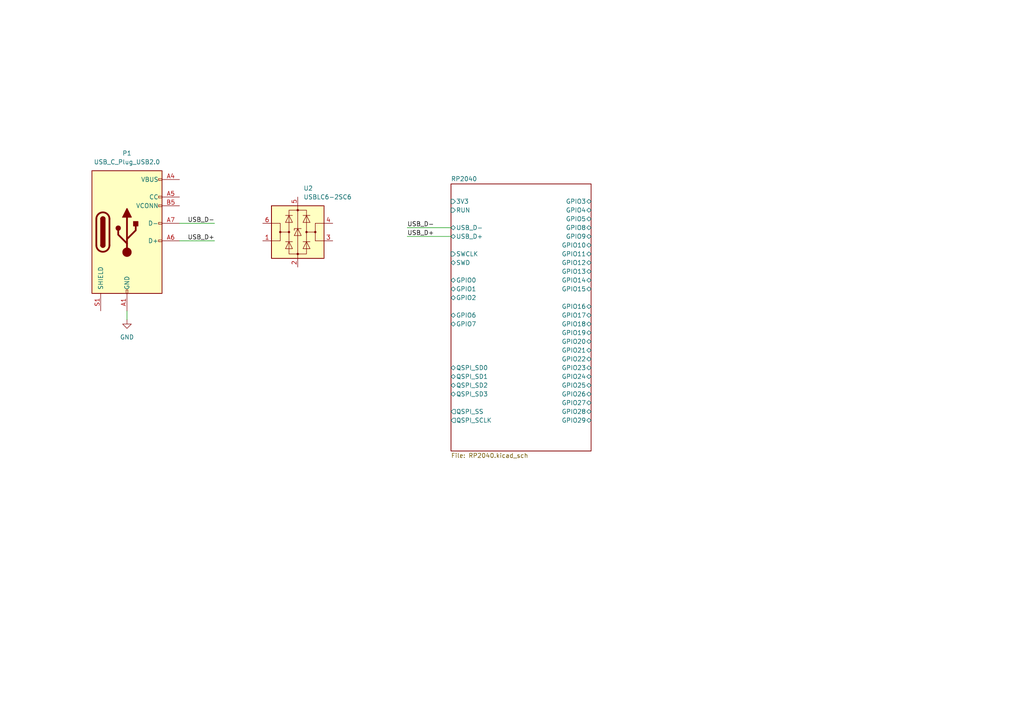
<source format=kicad_sch>
(kicad_sch (version 20230121) (generator eeschema)
  (paper "A4")
  (title_block (title "Orions Hands") (rev "2"))
  (lib_symbols
    (symbol "Connector:USB_C_Plug_USB2.0" (pin_names (offset 1.016))
      (property "Reference" "P" (at -10.16 19.05 0))
      (property "Value" "USB_C_Plug_USB2.0" (at 12.7 19.05 0))
      (symbol "USB_C_Plug_USB2.0_0_0"
        (rectangle (start -0.254 -17.78) (end 0.254 -16.764))
        (rectangle (start 10.16 -2.286) (end 9.144 -2.794))
        (rectangle (start 10.16 2.794) (end 9.144 2.286))
        (rectangle (start 10.16 7.874) (end 9.144 7.366))
        (rectangle (start 10.16 10.414) (end 9.144 9.906))
        (rectangle (start 10.16 15.494) (end 9.144 14.986))
      )
      (symbol "USB_C_Plug_USB2.0_0_1"
        (rectangle (start -10.16 17.78) (end 10.16 -17.78) (stroke (width 0.254)) (fill (type background)))
        (arc (start -8.89 -3.81) (mid -6.985 -5.7067) (end -5.08 -3.81) (stroke (width 0.508)))
        (arc (start -7.62 -3.81) (mid -6.985 -4.4423) (end -6.35 -3.81) (stroke (width 0.254)))
        (arc (start -7.62 -3.81) (mid -6.985 -4.4423) (end -6.35 -3.81) (stroke (width 0.254)) (fill (type outline)))
        (rectangle (start -7.62 -3.81) (end -6.35 3.81) (stroke (width 0.254)) (fill (type outline)))
        (arc (start -6.35 3.81) (mid -6.985 4.4423) (end -7.62 3.81) (stroke (width 0.254)))
        (arc (start -6.35 3.81) (mid -6.985 4.4423) (end -7.62 3.81) (stroke (width 0.254)) (fill (type outline)))
        (arc (start -5.08 3.81) (mid -6.985 5.7067) (end -8.89 3.81) (stroke (width 0.508)))
        (circle (center -2.54 1.143) (radius 0.635) (stroke (width 0.254)) (fill (type outline)))
        (circle (center 0 -5.842) (radius 1.27) (fill (type outline)))
        (polyline (pts (xy -8.89 -3.81) (xy -8.89 3.81)) (stroke (width 0.508)))
        (polyline (pts (xy -5.08 3.81) (xy -5.08 -3.81)) (stroke (width 0.508)))
        (polyline (pts (xy 0 -5.842) (xy 0 4.318)) (stroke (width 0.508)))
        (polyline (pts (xy 0 -3.302) (xy -2.54 -0.762) (xy -2.54 0.508)) (stroke (width 0.508)))
        (polyline (pts (xy 0 -2.032) (xy 2.54 0.508) (xy 2.54 1.778)) (stroke (width 0.508)))
        (polyline (pts (xy -1.27 4.318) (xy 0 6.858) (xy 1.27 4.318) (xy -1.27 4.318)) (stroke (width 0.254)) (fill (type outline)))
        (rectangle (start 1.905 1.778) (end 3.175 3.048) (stroke (width 0.254)) (fill (type outline)))
      )
      (symbol "USB_C_Plug_USB2.0_1_1"
        (pin passive line (at 0 -22.86 90) (length 5.08) (name "GND") (number "A1"))
        (pin passive line (at 0 -22.86 90) (length 5.08) hide (name "GND") (number "A12"))
        (pin passive line (at 15.24 15.24 180) (length 5.08) (name "VBUS") (number "A4"))
        (pin bidirectional line (at 15.24 10.16 180) (length 5.08) (name "CC") (number "A5"))
        (pin bidirectional line (at 15.24 -2.54 180) (length 5.08) (name "D+") (number "A6"))
        (pin bidirectional line (at 15.24 2.54 180) (length 5.08) (name "D-") (number "A7"))
        (pin passive line (at 15.24 15.24 180) (length 5.08) hide (name "VBUS") (number "A9"))
        (pin passive line (at 0 -22.86 90) (length 5.08) hide (name "GND") (number "B1"))
        (pin passive line (at 0 -22.86 90) (length 5.08) hide (name "GND") (number "B12"))
        (pin passive line (at 15.24 15.24 180) (length 5.08) hide (name "VBUS") (number "B4"))
        (pin bidirectional line (at 15.24 7.62 180) (length 5.08) (name "VCONN") (number "B5"))
        (pin passive line (at 15.24 15.24 180) (length 5.08) hide (name "VBUS") (number "B9"))
        (pin passive line (at -7.62 -22.86 90) (length 5.08) (name "SHIELD") (number "S1"))
      )
    )
    (symbol "Power_Protection:USBLC6-2SC6" (pin_names hide)
      (property "Reference" "U" (at 2.54 8.89 0))
      (property "Value" "USBLC6-2SC6" (at 2.54 -8.89 0))
      (symbol "USBLC6-2SC6_0_1"
        (rectangle (start -7.62 -7.62) (end 7.62 7.62) (stroke (width 0.254)) (fill (type background)))
        (circle (center -5.08 0) (radius 0.254) (fill (type outline)))
        (circle (center -2.54 0) (radius 0.254) (fill (type outline)))
        (rectangle (start -2.54 6.35) (end 2.54 -6.35))
        (circle (center 0 -6.35) (radius 0.254) (fill (type outline)))
        (polyline (pts (xy -5.08 -2.54) (xy -7.62 -2.54)))
        (polyline (pts (xy -5.08 0) (xy -5.08 -2.54)))
        (polyline (pts (xy -5.08 2.54) (xy -7.62 2.54)))
        (polyline (pts (xy -1.524 -2.794) (xy -3.556 -2.794)))
        (polyline (pts (xy -1.524 4.826) (xy -3.556 4.826)))
        (polyline (pts (xy 0 -7.62) (xy 0 -6.35)))
        (polyline (pts (xy 0 -6.35) (xy 0 1.27)))
        (polyline (pts (xy 0 1.27) (xy 0 6.35)))
        (polyline (pts (xy 0 6.35) (xy 0 7.62)))
        (polyline (pts (xy 1.524 -2.794) (xy 3.556 -2.794)))
        (polyline (pts (xy 1.524 4.826) (xy 3.556 4.826)))
        (polyline (pts (xy 5.08 -2.54) (xy 7.62 -2.54)))
        (polyline (pts (xy 5.08 0) (xy 5.08 -2.54)))
        (polyline (pts (xy 5.08 2.54) (xy 7.62 2.54)))
        (polyline (pts (xy -2.54 0) (xy -5.08 0) (xy -5.08 2.54)))
        (polyline (pts (xy 2.54 0) (xy 5.08 0) (xy 5.08 2.54)))
        (polyline (pts (xy -3.556 -4.826) (xy -1.524 -4.826) (xy -2.54 -2.794) (xy -3.556 -4.826)))
        (polyline (pts (xy -3.556 2.794) (xy -1.524 2.794) (xy -2.54 4.826) (xy -3.556 2.794)))
        (polyline (pts (xy -1.016 -1.016) (xy 1.016 -1.016) (xy 0 1.016) (xy -1.016 -1.016)))
        (polyline (pts (xy 1.016 1.016) (xy 0.762 1.016) (xy -1.016 1.016) (xy -1.016 0.508)))
        (polyline (pts (xy 3.556 -4.826) (xy 1.524 -4.826) (xy 2.54 -2.794) (xy 3.556 -4.826)))
        (polyline (pts (xy 3.556 2.794) (xy 1.524 2.794) (xy 2.54 4.826) (xy 3.556 2.794)))
        (circle (center 0 6.35) (radius 0.254) (fill (type outline)))
        (circle (center 2.54 0) (radius 0.254) (fill (type outline)))
        (circle (center 5.08 0) (radius 0.254) (fill (type outline)))
      )
      (symbol "USBLC6-2SC6_1_1"
        (pin passive line (at -10.16 -2.54 0) (length 2.54) (name "I/O1") (number "1"))
        (pin passive line (at 0 -10.16 90) (length 2.54) (name "GND") (number "2"))
        (pin passive line (at 10.16 -2.54 180) (length 2.54) (name "I/O2") (number "3"))
        (pin passive line (at 10.16 2.54 180) (length 2.54) (name "I/O2") (number "4"))
        (pin passive line (at 0 10.16 270) (length 2.54) (name "VBUS") (number "5"))
        (pin passive line (at -10.16 2.54 0) (length 2.54) (name "I/O1") (number "6"))
      )
    )
    (symbol "power:GND" (power) (pin_names (offset 0))
      (property "Value" "GND" (at 0 -3.81 0))
      (symbol "GND_0_1"
        (polyline (pts (xy 0 0) (xy 0 -1.27) (xy 1.27 -1.27) (xy 0 -2.54) (xy -1.27 -1.27) (xy 0 -1.27)))
      )
      (symbol "GND_1_1"
        (pin power_in line (at 0 0 270) (length 0) hide (name "GND") (number "1"))
      )
    )
  )
  (wire (pts (xy 118.11 68.58) (xy 130.81 68.58)))
  (wire (pts (xy 118.11 66.04) (xy 130.81 66.04)))
  (wire (pts (xy 36.83 90.17) (xy 36.83 92.71)))
  (wire (pts (xy 52.07 69.85) (xy 62.23 69.85)))
  (wire (pts (xy 52.07 64.77) (xy 62.23 64.77)))
  (label "USB_D+" (at 118.11 68.58 0))
  (label "USB_D+" (at 62.23 69.85 180))
  (label "USB_D-" (at 118.11 66.04 0))
  (label "USB_D-" (at 62.23 64.77 180))
  (symbol (lib_id "Power_Protection:USBLC6-2SC6") (at 86.36 67.31 0) (unit 1)
    (property "Reference" "U2" (at 88.0111 54.61 0) (effects (justify left)))
    (property "Value" "USBLC6-2SC6" (at 88.0111 57.15 0) (effects (justify left)))
    (property "Footprint" "Package_TO_SOT_SMD:SOT-23-6" (effects hide))
    (property "Datasheet" "https://www.st.com/resource/en/datasheet/usblc6-2.pdf" (effects hide))
  )
  (symbol (lib_id "Connector:USB_C_Plug_USB2.0") (at 36.83 67.31 0) (unit 1)
    (property "Reference" "P1" (at 36.83 44.45 0))
    (property "Value" "USB_C_Plug_USB2.0" (at 36.83 46.99 0))
    (property "Datasheet" "https://www.usb.org/sites/default/files/documents/usb_type-c.zip" (effects hide))
  )
  (symbol (lib_id "power:GND") (at 36.83 92.71 0) (unit 1)
    (property "Reference" "#PWR03" (effects hide))
    (property "Value" "GND" (at 36.83 97.79 0))
  )
  (sheet (at 130.81 53.34) (size 40.64 77.47) (stroke (width 0.1524))
    (property "Sheetname" "RP2040" (at 130.81 52.6284 0) (effects (justify left bottom)))
    (property "Sheetfile" "RP2040.kicad_sch" (at 130.81 131.3946 0) (effects (justify left top)))
    (pin "GPIO25" bidirectional (at 171.45 111.76 0))
    (pin "GPIO26" bidirectional (at 171.45 114.3 0))
    (pin "GPIO28" bidirectional (at 171.45 119.38 0))
    (pin "GPIO29" bidirectional (at 171.45 121.92 0))
    (pin "GPIO27" bidirectional (at 171.45 116.84 0))
    (pin "GPIO24" bidirectional (at 171.45 109.22 0))
    (pin "GPIO17" bidirectional (at 171.45 91.44 0))
    (pin "GPIO23" bidirectional (at 171.45 106.68 0))
    (pin "GPIO20" bidirectional (at 171.45 99.06 0))
    (pin "GPIO22" bidirectional (at 171.45 104.14 0))
    (pin "GPIO21" bidirectional (at 171.45 101.6 0))
    (pin "GPIO18" bidirectional (at 171.45 93.98 0))
    (pin "GPIO19" bidirectional (at 171.45 96.52 0))
    (pin "GPIO14" bidirectional (at 171.45 81.28 0))
    (pin "GPIO15" bidirectional (at 171.45 83.82 0))
    (pin "GPIO16" bidirectional (at 171.45 88.9 0))
    (pin "GPIO13" bidirectional (at 171.45 78.74 0))
    (pin "GPIO11" bidirectional (at 171.45 73.66 0))
    (pin "GPIO12" bidirectional (at 171.45 76.2 0))
    (pin "GPIO4" bidirectional (at 171.45 60.96 0))
    (pin "GPIO1" bidirectional (at 130.81 83.82 180))
    (pin "GPIO0" bidirectional (at 130.81 81.28 180))
    (pin "GPIO5" bidirectional (at 171.45 63.5 0))
    (pin "GPIO2" bidirectional (at 130.81 86.36 180))
    (pin "GPIO3" bidirectional (at 171.45 58.42 0))
    (pin "GPIO7" bidirectional (at 130.81 93.98 180))
    (pin "GPIO9" bidirectional (at 171.45 68.58 0))
    (pin "GPIO10" bidirectional (at 171.45 71.12 0))
    (pin "GPIO8" bidirectional (at 171.45 66.04 0))
    (pin "GPIO6" bidirectional (at 130.81 91.44 180))
    (pin "SWCLK" input (at 130.81 73.66 180))
    (pin "SWD" bidirectional (at 130.81 76.2 180))
    (pin "QSPI_SCLK" output (at 130.81 121.92 180))
    (pin "RUN" input (at 130.81 60.96 180))
    (pin "USB_D-" bidirectional (at 130.81 66.04 180))
    (pin "USB_D+" bidirectional (at 130.81 68.58 180))
    (pin "QSPI_SD0" bidirectional (at 130.81 106.68 180))
    (pin "QSPI_SS" output (at 130.81 119.38 180))
    (pin "QSPI_SD1" bidirectional (at 130.81 109.22 180))
    (pin "QSPI_SD3" bidirectional (at 130.81 114.3 180))
    (pin "QSPI_SD2" bidirectional (at 130.81 111.76 180))
    (pin "3V3" input (at 130.81 58.42 180))
  )
)
</source>
